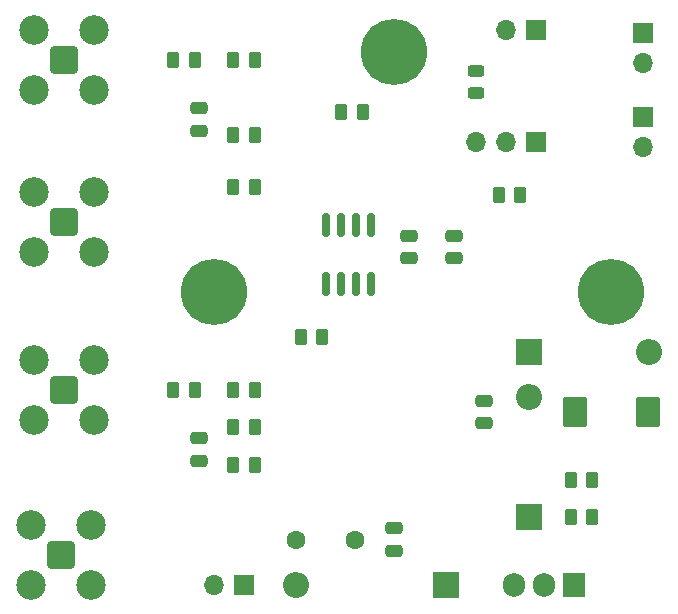
<source format=gts>
G04 #@! TF.GenerationSoftware,KiCad,Pcbnew,7.0.2*
G04 #@! TF.CreationDate,2024-02-08T16:58:35+01:00*
G04 #@! TF.ProjectId,FilterAndHalfBuffer,46696c74-6572-4416-9e64-48616c664275,rev?*
G04 #@! TF.SameCoordinates,Original*
G04 #@! TF.FileFunction,Soldermask,Top*
G04 #@! TF.FilePolarity,Negative*
%FSLAX46Y46*%
G04 Gerber Fmt 4.6, Leading zero omitted, Abs format (unit mm)*
G04 Created by KiCad (PCBNEW 7.0.2) date 2024-02-08 16:58:35*
%MOMM*%
%LPD*%
G01*
G04 APERTURE LIST*
G04 Aperture macros list*
%AMRoundRect*
0 Rectangle with rounded corners*
0 $1 Rounding radius*
0 $2 $3 $4 $5 $6 $7 $8 $9 X,Y pos of 4 corners*
0 Add a 4 corners polygon primitive as box body*
4,1,4,$2,$3,$4,$5,$6,$7,$8,$9,$2,$3,0*
0 Add four circle primitives for the rounded corners*
1,1,$1+$1,$2,$3*
1,1,$1+$1,$4,$5*
1,1,$1+$1,$6,$7*
1,1,$1+$1,$8,$9*
0 Add four rect primitives between the rounded corners*
20,1,$1+$1,$2,$3,$4,$5,0*
20,1,$1+$1,$4,$5,$6,$7,0*
20,1,$1+$1,$6,$7,$8,$9,0*
20,1,$1+$1,$8,$9,$2,$3,0*%
G04 Aperture macros list end*
%ADD10R,1.700000X1.700000*%
%ADD11O,1.700000X1.700000*%
%ADD12C,5.600000*%
%ADD13RoundRect,0.200100X0.949900X-0.949900X0.949900X0.949900X-0.949900X0.949900X-0.949900X-0.949900X0*%
%ADD14C,2.500000*%
%ADD15RoundRect,0.150000X-0.150000X0.825000X-0.150000X-0.825000X0.150000X-0.825000X0.150000X0.825000X0*%
%ADD16R,1.905000X2.000000*%
%ADD17O,1.905000X2.000000*%
%ADD18RoundRect,0.250000X0.262500X0.450000X-0.262500X0.450000X-0.262500X-0.450000X0.262500X-0.450000X0*%
%ADD19RoundRect,0.250000X-0.262500X-0.450000X0.262500X-0.450000X0.262500X0.450000X-0.262500X0.450000X0*%
%ADD20C,1.600000*%
%ADD21RoundRect,0.243750X-0.456250X0.243750X-0.456250X-0.243750X0.456250X-0.243750X0.456250X0.243750X0*%
%ADD22R,2.200000X2.200000*%
%ADD23O,2.200000X2.200000*%
%ADD24RoundRect,0.250000X0.475000X-0.250000X0.475000X0.250000X-0.475000X0.250000X-0.475000X-0.250000X0*%
%ADD25RoundRect,0.250000X-0.475000X0.250000X-0.475000X-0.250000X0.475000X-0.250000X0.475000X0.250000X0*%
%ADD26RoundRect,0.250000X0.787500X1.025000X-0.787500X1.025000X-0.787500X-1.025000X0.787500X-1.025000X0*%
G04 APERTURE END LIST*
D10*
G04 #@! TO.C,J9*
X126492000Y-65781000D03*
D11*
X126492000Y-68321000D03*
G04 #@! TD*
G04 #@! TO.C,J8*
X126492000Y-61209000D03*
D10*
X126492000Y-58669000D03*
G04 #@! TD*
D12*
G04 #@! TO.C,REF\u002A\u002A*
X123825000Y-80645000D03*
G04 #@! TD*
G04 #@! TO.C,REF\u002A\u002A*
X105410000Y-60325000D03*
G04 #@! TD*
G04 #@! TO.C,REF\u002A\u002A*
X90170000Y-80645000D03*
G04 #@! TD*
D10*
G04 #@! TO.C,J3*
X92710000Y-105410000D03*
D11*
X90170000Y-105410000D03*
G04 #@! TD*
D13*
G04 #@! TO.C,J2*
X77216000Y-102870000D03*
D14*
X79756000Y-105410000D03*
X74676000Y-105410000D03*
X74676000Y-100330000D03*
X79756000Y-100330000D03*
G04 #@! TD*
D13*
G04 #@! TO.C,J1*
X77470000Y-74676000D03*
D14*
X80010000Y-77216000D03*
X74930000Y-77216000D03*
X74930000Y-72136000D03*
X80010000Y-72136000D03*
G04 #@! TD*
D15*
G04 #@! TO.C,U3*
X103505000Y-74995000D03*
X102235000Y-74995000D03*
X100965000Y-74995000D03*
X99695000Y-74995000D03*
X99695000Y-79945000D03*
X100965000Y-79945000D03*
X102235000Y-79945000D03*
X103505000Y-79945000D03*
G04 #@! TD*
D16*
G04 #@! TO.C,U2*
X120650000Y-105410000D03*
D17*
X118110000Y-105410000D03*
X115570000Y-105410000D03*
G04 #@! TD*
D18*
G04 #@! TO.C,R19*
X99337500Y-84455000D03*
X97512500Y-84455000D03*
G04 #@! TD*
D19*
G04 #@! TO.C,R18*
X91797500Y-92075000D03*
X93622500Y-92075000D03*
G04 #@! TD*
D18*
G04 #@! TO.C,R17*
X93622500Y-95250000D03*
X91797500Y-95250000D03*
G04 #@! TD*
D19*
G04 #@! TO.C,R16*
X91797500Y-88900000D03*
X93622500Y-88900000D03*
G04 #@! TD*
G04 #@! TO.C,R15*
X86717500Y-88900000D03*
X88542500Y-88900000D03*
G04 #@! TD*
G04 #@! TO.C,R14*
X91797500Y-71755000D03*
X93622500Y-71755000D03*
G04 #@! TD*
D18*
G04 #@! TO.C,R13*
X93622500Y-67310000D03*
X91797500Y-67310000D03*
G04 #@! TD*
D19*
G04 #@! TO.C,R12*
X100965000Y-65405000D03*
X102790000Y-65405000D03*
G04 #@! TD*
G04 #@! TO.C,R11*
X91797500Y-60960000D03*
X93622500Y-60960000D03*
G04 #@! TD*
G04 #@! TO.C,R10*
X86717500Y-60960000D03*
X88542500Y-60960000D03*
G04 #@! TD*
D18*
G04 #@! TO.C,R9*
X116125000Y-72390000D03*
X114300000Y-72390000D03*
G04 #@! TD*
G04 #@! TO.C,R8*
X122197500Y-96520000D03*
X120372500Y-96520000D03*
G04 #@! TD*
D19*
G04 #@! TO.C,R7*
X120372500Y-99695000D03*
X122197500Y-99695000D03*
G04 #@! TD*
D10*
G04 #@! TO.C,JP1*
X117475000Y-67945000D03*
D11*
X114935000Y-67945000D03*
X112395000Y-67945000D03*
G04 #@! TD*
D13*
G04 #@! TO.C,J7*
X77470000Y-88900000D03*
D14*
X80010000Y-91440000D03*
X74930000Y-91440000D03*
X74930000Y-86360000D03*
X80010000Y-86360000D03*
G04 #@! TD*
D13*
G04 #@! TO.C,J5*
X77470000Y-60960000D03*
D14*
X80010000Y-63500000D03*
X74930000Y-63500000D03*
X74930000Y-58420000D03*
X80010000Y-58420000D03*
G04 #@! TD*
D10*
G04 #@! TO.C,J4*
X117475000Y-58420000D03*
D11*
X114935000Y-58420000D03*
G04 #@! TD*
D20*
G04 #@! TO.C,F1*
X97155000Y-101600000D03*
X102155000Y-101600000D03*
G04 #@! TD*
D21*
G04 #@! TO.C,D4*
X112395000Y-61927500D03*
X112395000Y-63802500D03*
G04 #@! TD*
D22*
G04 #@! TO.C,D3*
X116840000Y-85725000D03*
D23*
X127000000Y-85725000D03*
G04 #@! TD*
D22*
G04 #@! TO.C,D2*
X116840000Y-99695000D03*
D23*
X116840000Y-89535000D03*
G04 #@! TD*
D22*
G04 #@! TO.C,D1*
X109855000Y-105410000D03*
D23*
X97155000Y-105410000D03*
G04 #@! TD*
D24*
G04 #@! TO.C,C11*
X106680000Y-77785000D03*
X106680000Y-75885000D03*
G04 #@! TD*
G04 #@! TO.C,C10*
X110490000Y-77785000D03*
X110490000Y-75885000D03*
G04 #@! TD*
D25*
G04 #@! TO.C,C9*
X88900000Y-93030000D03*
X88900000Y-94930000D03*
G04 #@! TD*
G04 #@! TO.C,C8*
X88900000Y-66990000D03*
X88900000Y-65090000D03*
G04 #@! TD*
G04 #@! TO.C,C7*
X113030000Y-89855000D03*
X113030000Y-91755000D03*
G04 #@! TD*
D26*
G04 #@! TO.C,C6*
X126937500Y-90805000D03*
X120712500Y-90805000D03*
G04 #@! TD*
D25*
G04 #@! TO.C,C5*
X105410000Y-100650000D03*
X105410000Y-102550000D03*
G04 #@! TD*
M02*

</source>
